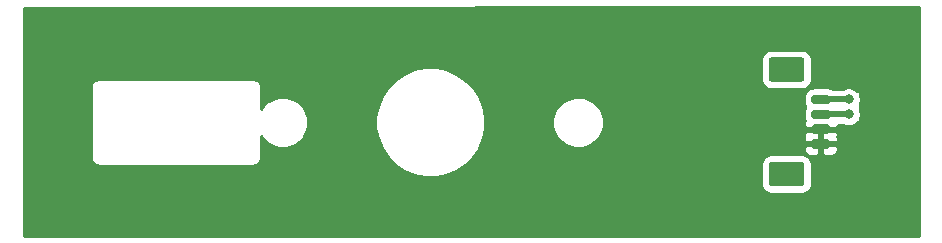
<source format=gbl>
%TF.GenerationSoftware,KiCad,Pcbnew,(5.1.9-0-10_14)*%
%TF.CreationDate,2021-09-11T10:47:45-05:00*%
%TF.ProjectId,OwlSat_Official_USB,4f776c53-6174-45f4-9f66-66696369616c,4*%
%TF.SameCoordinates,Original*%
%TF.FileFunction,Copper,L2,Bot*%
%TF.FilePolarity,Positive*%
%FSLAX46Y46*%
G04 Gerber Fmt 4.6, Leading zero omitted, Abs format (unit mm)*
G04 Created by KiCad (PCBNEW (5.1.9-0-10_14)) date 2021-09-11 10:47:45*
%MOMM*%
%LPD*%
G01*
G04 APERTURE LIST*
%TA.AperFunction,ViaPad*%
%ADD10C,0.800000*%
%TD*%
%TA.AperFunction,Conductor*%
%ADD11C,0.500000*%
%TD*%
%TA.AperFunction,Conductor*%
%ADD12C,0.254000*%
%TD*%
%TA.AperFunction,Conductor*%
%ADD13C,0.100000*%
%TD*%
G04 APERTURE END LIST*
%TO.P,U3,1*%
%TO.N,Net-(U1-Pad2)*%
%TA.AperFunction,SMDPad,CuDef*%
G36*
G01*
X182260000Y-97145000D02*
X181060000Y-97145000D01*
G75*
G02*
X180860000Y-96945000I0J200000D01*
G01*
X180860000Y-96545000D01*
G75*
G02*
X181060000Y-96345000I200000J0D01*
G01*
X182260000Y-96345000D01*
G75*
G02*
X182460000Y-96545000I0J-200000D01*
G01*
X182460000Y-96945000D01*
G75*
G02*
X182260000Y-97145000I-200000J0D01*
G01*
G37*
%TD.AperFunction*%
%TO.P,U3,2*%
%TA.AperFunction,SMDPad,CuDef*%
G36*
G01*
X182260000Y-95895000D02*
X181060000Y-95895000D01*
G75*
G02*
X180860000Y-95695000I0J200000D01*
G01*
X180860000Y-95295000D01*
G75*
G02*
X181060000Y-95095000I200000J0D01*
G01*
X182260000Y-95095000D01*
G75*
G02*
X182460000Y-95295000I0J-200000D01*
G01*
X182460000Y-95695000D01*
G75*
G02*
X182260000Y-95895000I-200000J0D01*
G01*
G37*
%TD.AperFunction*%
%TO.P,U3,3*%
%TO.N,Net-(U1-Pad1)*%
%TA.AperFunction,SMDPad,CuDef*%
G36*
G01*
X182260000Y-94645000D02*
X181060000Y-94645000D01*
G75*
G02*
X180860000Y-94445000I0J200000D01*
G01*
X180860000Y-94045000D01*
G75*
G02*
X181060000Y-93845000I200000J0D01*
G01*
X182260000Y-93845000D01*
G75*
G02*
X182460000Y-94045000I0J-200000D01*
G01*
X182460000Y-94445000D01*
G75*
G02*
X182260000Y-94645000I-200000J0D01*
G01*
G37*
%TD.AperFunction*%
%TO.P,U3,4*%
%TA.AperFunction,SMDPad,CuDef*%
G36*
G01*
X182260000Y-93395000D02*
X181060000Y-93395000D01*
G75*
G02*
X180860000Y-93195000I0J200000D01*
G01*
X180860000Y-92795000D01*
G75*
G02*
X181060000Y-92595000I200000J0D01*
G01*
X182260000Y-92595000D01*
G75*
G02*
X182460000Y-92795000I0J-200000D01*
G01*
X182460000Y-93195000D01*
G75*
G02*
X182260000Y-93395000I-200000J0D01*
G01*
G37*
%TD.AperFunction*%
%TO.P,U3,MP*%
%TO.N,N/C*%
%TA.AperFunction,SMDPad,CuDef*%
G36*
G01*
X180010001Y-100345000D02*
X177509999Y-100345000D01*
G75*
G02*
X177260000Y-100095001I0J249999D01*
G01*
X177260000Y-98494999D01*
G75*
G02*
X177509999Y-98245000I249999J0D01*
G01*
X180010001Y-98245000D01*
G75*
G02*
X180260000Y-98494999I0J-249999D01*
G01*
X180260000Y-100095001D01*
G75*
G02*
X180010001Y-100345000I-249999J0D01*
G01*
G37*
%TD.AperFunction*%
%TA.AperFunction,SMDPad,CuDef*%
G36*
G01*
X180010001Y-91495000D02*
X177509999Y-91495000D01*
G75*
G02*
X177260000Y-91245001I0J249999D01*
G01*
X177260000Y-89644999D01*
G75*
G02*
X177509999Y-89395000I249999J0D01*
G01*
X180010001Y-89395000D01*
G75*
G02*
X180260000Y-89644999I0J-249999D01*
G01*
X180260000Y-91245001D01*
G75*
G02*
X180010001Y-91495000I-249999J0D01*
G01*
G37*
%TD.AperFunction*%
%TD*%
D10*
%TO.N,Net-(U1-Pad1)*%
X184010000Y-92980000D03*
X184020000Y-94230000D03*
%TO.N,Net-(U1-Pad2)*%
X152390000Y-88800000D03*
X152400000Y-87560000D03*
X152400000Y-86290000D03*
X144990000Y-100780000D03*
X145010000Y-102160000D03*
X144980000Y-103510000D03*
%TD*%
D11*
%TO.N,Net-(U1-Pad1)*%
X181675000Y-92980000D02*
X181660000Y-92995000D01*
X184010000Y-92980000D02*
X181675000Y-92980000D01*
X181675000Y-94230000D02*
X181660000Y-94245000D01*
X184020000Y-94230000D02*
X181675000Y-94230000D01*
%TD*%
D12*
%TO.N,Net-(U1-Pad2)*%
X189950001Y-104513000D02*
X114197000Y-104513000D01*
X114197000Y-91910000D01*
X119846807Y-91910000D01*
X119850000Y-91942419D01*
X119850001Y-97877571D01*
X119846807Y-97910000D01*
X119859550Y-98039383D01*
X119897290Y-98163793D01*
X119958575Y-98278450D01*
X120041052Y-98378948D01*
X120141550Y-98461425D01*
X120256207Y-98522710D01*
X120380617Y-98560450D01*
X120477581Y-98570000D01*
X120510000Y-98573193D01*
X120542419Y-98570000D01*
X133577581Y-98570000D01*
X133610000Y-98573193D01*
X133642419Y-98570000D01*
X133739383Y-98560450D01*
X133863793Y-98522710D01*
X133978450Y-98461425D01*
X134078948Y-98378948D01*
X134161425Y-98278450D01*
X134222710Y-98163793D01*
X134260450Y-98039383D01*
X134273193Y-97910000D01*
X134270000Y-97877581D01*
X134270000Y-96061247D01*
X134424837Y-96292977D01*
X134727023Y-96595163D01*
X135082355Y-96832588D01*
X135477179Y-96996130D01*
X135896323Y-97079503D01*
X136323677Y-97079503D01*
X136742821Y-96996130D01*
X137137645Y-96832588D01*
X137492977Y-96595163D01*
X137795163Y-96292977D01*
X138032588Y-95937645D01*
X138196130Y-95542821D01*
X138279503Y-95123677D01*
X138279503Y-94696323D01*
X138230761Y-94451280D01*
X143952535Y-94451280D01*
X143952535Y-95368720D01*
X144131519Y-96268532D01*
X144482608Y-97116137D01*
X144992311Y-97878961D01*
X145641039Y-98527689D01*
X146403863Y-99037392D01*
X147251468Y-99388481D01*
X148151280Y-99567465D01*
X149068720Y-99567465D01*
X149968532Y-99388481D01*
X150816137Y-99037392D01*
X151578961Y-98527689D01*
X151611651Y-98494999D01*
X176621928Y-98494999D01*
X176621928Y-100095001D01*
X176638992Y-100268255D01*
X176689528Y-100434851D01*
X176771595Y-100588387D01*
X176882038Y-100722962D01*
X177016613Y-100833405D01*
X177170149Y-100915472D01*
X177336745Y-100966008D01*
X177509999Y-100983072D01*
X180010001Y-100983072D01*
X180183255Y-100966008D01*
X180349851Y-100915472D01*
X180503387Y-100833405D01*
X180637962Y-100722962D01*
X180748405Y-100588387D01*
X180830472Y-100434851D01*
X180881008Y-100268255D01*
X180898072Y-100095001D01*
X180898072Y-98494999D01*
X180881008Y-98321745D01*
X180830472Y-98155149D01*
X180748405Y-98001613D01*
X180637962Y-97867038D01*
X180503387Y-97756595D01*
X180349851Y-97674528D01*
X180183255Y-97623992D01*
X180010001Y-97606928D01*
X177509999Y-97606928D01*
X177336745Y-97623992D01*
X177170149Y-97674528D01*
X177016613Y-97756595D01*
X176882038Y-97867038D01*
X176771595Y-98001613D01*
X176689528Y-98155149D01*
X176638992Y-98321745D01*
X176621928Y-98494999D01*
X151611651Y-98494999D01*
X152227689Y-97878961D01*
X152718106Y-97145000D01*
X180221928Y-97145000D01*
X180234188Y-97269482D01*
X180270498Y-97389180D01*
X180329463Y-97499494D01*
X180408815Y-97596185D01*
X180505506Y-97675537D01*
X180615820Y-97734502D01*
X180735518Y-97770812D01*
X180860000Y-97783072D01*
X181374250Y-97780000D01*
X181533000Y-97621250D01*
X181533000Y-96872000D01*
X181787000Y-96872000D01*
X181787000Y-97621250D01*
X181945750Y-97780000D01*
X182460000Y-97783072D01*
X182584482Y-97770812D01*
X182704180Y-97734502D01*
X182814494Y-97675537D01*
X182911185Y-97596185D01*
X182990537Y-97499494D01*
X183049502Y-97389180D01*
X183085812Y-97269482D01*
X183098072Y-97145000D01*
X183095000Y-97030750D01*
X182936250Y-96872000D01*
X181787000Y-96872000D01*
X181533000Y-96872000D01*
X180383750Y-96872000D01*
X180225000Y-97030750D01*
X180221928Y-97145000D01*
X152718106Y-97145000D01*
X152737392Y-97116137D01*
X153088481Y-96268532D01*
X153267465Y-95368720D01*
X153267465Y-94696323D01*
X158940497Y-94696323D01*
X158940497Y-95123677D01*
X159023870Y-95542821D01*
X159187412Y-95937645D01*
X159424837Y-96292977D01*
X159727023Y-96595163D01*
X160082355Y-96832588D01*
X160477179Y-96996130D01*
X160896323Y-97079503D01*
X161323677Y-97079503D01*
X161742821Y-96996130D01*
X162137645Y-96832588D01*
X162492977Y-96595163D01*
X162795163Y-96292977D01*
X163032588Y-95937645D01*
X163050252Y-95895000D01*
X180221928Y-95895000D01*
X180234188Y-96019482D01*
X180264680Y-96120000D01*
X180234188Y-96220518D01*
X180221928Y-96345000D01*
X180225000Y-96459250D01*
X180383750Y-96618000D01*
X181533000Y-96618000D01*
X181533000Y-95622000D01*
X181787000Y-95622000D01*
X181787000Y-96618000D01*
X182936250Y-96618000D01*
X183095000Y-96459250D01*
X183098072Y-96345000D01*
X183085812Y-96220518D01*
X183055320Y-96120000D01*
X183085812Y-96019482D01*
X183098072Y-95895000D01*
X183095000Y-95780750D01*
X182936250Y-95622000D01*
X181787000Y-95622000D01*
X181533000Y-95622000D01*
X180383750Y-95622000D01*
X180225000Y-95780750D01*
X180221928Y-95895000D01*
X163050252Y-95895000D01*
X163196130Y-95542821D01*
X163279503Y-95123677D01*
X163279503Y-94696323D01*
X163196130Y-94277179D01*
X163032588Y-93882355D01*
X162795163Y-93527023D01*
X162492977Y-93224837D01*
X162137645Y-92987412D01*
X161742821Y-92823870D01*
X161597682Y-92795000D01*
X180221928Y-92795000D01*
X180221928Y-93195000D01*
X180238031Y-93358500D01*
X180285722Y-93515716D01*
X180341463Y-93620000D01*
X180285722Y-93724284D01*
X180238031Y-93881500D01*
X180221928Y-94045000D01*
X180221928Y-94445000D01*
X180238031Y-94608500D01*
X180285722Y-94765716D01*
X180300855Y-94794027D01*
X180270498Y-94850820D01*
X180234188Y-94970518D01*
X180221928Y-95095000D01*
X180225000Y-95209250D01*
X180383750Y-95368000D01*
X181533000Y-95368000D01*
X181533000Y-95348000D01*
X181787000Y-95348000D01*
X181787000Y-95368000D01*
X182936250Y-95368000D01*
X183095000Y-95209250D01*
X183097534Y-95115000D01*
X183481546Y-95115000D01*
X183529744Y-95147205D01*
X183718102Y-95225226D01*
X183918061Y-95265000D01*
X184121939Y-95265000D01*
X184321898Y-95225226D01*
X184510256Y-95147205D01*
X184679774Y-95033937D01*
X184823937Y-94889774D01*
X184832472Y-94877000D01*
X184850000Y-94877000D01*
X184874776Y-94874560D01*
X184898601Y-94867333D01*
X184920557Y-94855597D01*
X184939803Y-94839803D01*
X184955597Y-94820557D01*
X184967333Y-94798601D01*
X184974560Y-94774776D01*
X184977000Y-94750000D01*
X184977000Y-94624183D01*
X185015226Y-94531898D01*
X185055000Y-94331939D01*
X185055000Y-94128061D01*
X185015226Y-93928102D01*
X184977000Y-93835817D01*
X184977000Y-93350041D01*
X185005226Y-93281898D01*
X185045000Y-93081939D01*
X185045000Y-92878061D01*
X185005226Y-92678102D01*
X184977000Y-92609959D01*
X184977000Y-92400000D01*
X184974560Y-92375224D01*
X184967333Y-92351399D01*
X184955597Y-92329443D01*
X184939803Y-92310197D01*
X184920557Y-92294403D01*
X184898601Y-92282667D01*
X184874776Y-92275440D01*
X184850000Y-92273000D01*
X184766711Y-92273000D01*
X184669774Y-92176063D01*
X184500256Y-92062795D01*
X184311898Y-91984774D01*
X184111939Y-91945000D01*
X183908061Y-91945000D01*
X183708102Y-91984774D01*
X183519744Y-92062795D01*
X183471546Y-92095000D01*
X182719679Y-92095000D01*
X182580716Y-92020722D01*
X182423500Y-91973031D01*
X182260000Y-91956928D01*
X181060000Y-91956928D01*
X180896500Y-91973031D01*
X180739284Y-92020722D01*
X180594392Y-92098169D01*
X180467394Y-92202394D01*
X180363169Y-92329392D01*
X180285722Y-92474284D01*
X180238031Y-92631500D01*
X180221928Y-92795000D01*
X161597682Y-92795000D01*
X161323677Y-92740497D01*
X160896323Y-92740497D01*
X160477179Y-92823870D01*
X160082355Y-92987412D01*
X159727023Y-93224837D01*
X159424837Y-93527023D01*
X159187412Y-93882355D01*
X159023870Y-94277179D01*
X158940497Y-94696323D01*
X153267465Y-94696323D01*
X153267465Y-94451280D01*
X153088481Y-93551468D01*
X152737392Y-92703863D01*
X152227689Y-91941039D01*
X151578961Y-91292311D01*
X150816137Y-90782608D01*
X149968532Y-90431519D01*
X149068720Y-90252535D01*
X148151280Y-90252535D01*
X147251468Y-90431519D01*
X146403863Y-90782608D01*
X145641039Y-91292311D01*
X144992311Y-91941039D01*
X144482608Y-92703863D01*
X144131519Y-93551468D01*
X143952535Y-94451280D01*
X138230761Y-94451280D01*
X138196130Y-94277179D01*
X138032588Y-93882355D01*
X137795163Y-93527023D01*
X137492977Y-93224837D01*
X137137645Y-92987412D01*
X136742821Y-92823870D01*
X136323677Y-92740497D01*
X135896323Y-92740497D01*
X135477179Y-92823870D01*
X135082355Y-92987412D01*
X134727023Y-93224837D01*
X134424837Y-93527023D01*
X134270000Y-93758753D01*
X134270000Y-91942419D01*
X134273193Y-91910000D01*
X134260450Y-91780617D01*
X134222710Y-91656207D01*
X134161425Y-91541550D01*
X134078948Y-91441052D01*
X133978450Y-91358575D01*
X133863793Y-91297290D01*
X133739383Y-91259550D01*
X133642419Y-91250000D01*
X133610000Y-91246807D01*
X133577581Y-91250000D01*
X120542419Y-91250000D01*
X120510000Y-91246807D01*
X120477581Y-91250000D01*
X120380617Y-91259550D01*
X120256207Y-91297290D01*
X120141550Y-91358575D01*
X120041052Y-91441052D01*
X119958575Y-91541550D01*
X119897290Y-91656207D01*
X119859550Y-91780617D01*
X119846807Y-91910000D01*
X114197000Y-91910000D01*
X114197000Y-89644999D01*
X176621928Y-89644999D01*
X176621928Y-91245001D01*
X176638992Y-91418255D01*
X176689528Y-91584851D01*
X176771595Y-91738387D01*
X176882038Y-91872962D01*
X177016613Y-91983405D01*
X177170149Y-92065472D01*
X177336745Y-92116008D01*
X177509999Y-92133072D01*
X180010001Y-92133072D01*
X180183255Y-92116008D01*
X180349851Y-92065472D01*
X180503387Y-91983405D01*
X180637962Y-91872962D01*
X180748405Y-91738387D01*
X180830472Y-91584851D01*
X180881008Y-91418255D01*
X180898072Y-91245001D01*
X180898072Y-89644999D01*
X180881008Y-89471745D01*
X180830472Y-89305149D01*
X180748405Y-89151613D01*
X180637962Y-89017038D01*
X180503387Y-88906595D01*
X180349851Y-88824528D01*
X180183255Y-88773992D01*
X180010001Y-88756928D01*
X177509999Y-88756928D01*
X177336745Y-88773992D01*
X177170149Y-88824528D01*
X177016613Y-88906595D01*
X176882038Y-89017038D01*
X176771595Y-89151613D01*
X176689528Y-89305149D01*
X176638992Y-89471745D01*
X176621928Y-89644999D01*
X114197000Y-89644999D01*
X114197000Y-85196983D01*
X189950000Y-85187083D01*
X189950001Y-104513000D01*
%TA.AperFunction,Conductor*%
D13*
G36*
X189950001Y-104513000D02*
G01*
X114197000Y-104513000D01*
X114197000Y-91910000D01*
X119846807Y-91910000D01*
X119850000Y-91942419D01*
X119850001Y-97877571D01*
X119846807Y-97910000D01*
X119859550Y-98039383D01*
X119897290Y-98163793D01*
X119958575Y-98278450D01*
X120041052Y-98378948D01*
X120141550Y-98461425D01*
X120256207Y-98522710D01*
X120380617Y-98560450D01*
X120477581Y-98570000D01*
X120510000Y-98573193D01*
X120542419Y-98570000D01*
X133577581Y-98570000D01*
X133610000Y-98573193D01*
X133642419Y-98570000D01*
X133739383Y-98560450D01*
X133863793Y-98522710D01*
X133978450Y-98461425D01*
X134078948Y-98378948D01*
X134161425Y-98278450D01*
X134222710Y-98163793D01*
X134260450Y-98039383D01*
X134273193Y-97910000D01*
X134270000Y-97877581D01*
X134270000Y-96061247D01*
X134424837Y-96292977D01*
X134727023Y-96595163D01*
X135082355Y-96832588D01*
X135477179Y-96996130D01*
X135896323Y-97079503D01*
X136323677Y-97079503D01*
X136742821Y-96996130D01*
X137137645Y-96832588D01*
X137492977Y-96595163D01*
X137795163Y-96292977D01*
X138032588Y-95937645D01*
X138196130Y-95542821D01*
X138279503Y-95123677D01*
X138279503Y-94696323D01*
X138230761Y-94451280D01*
X143952535Y-94451280D01*
X143952535Y-95368720D01*
X144131519Y-96268532D01*
X144482608Y-97116137D01*
X144992311Y-97878961D01*
X145641039Y-98527689D01*
X146403863Y-99037392D01*
X147251468Y-99388481D01*
X148151280Y-99567465D01*
X149068720Y-99567465D01*
X149968532Y-99388481D01*
X150816137Y-99037392D01*
X151578961Y-98527689D01*
X151611651Y-98494999D01*
X176621928Y-98494999D01*
X176621928Y-100095001D01*
X176638992Y-100268255D01*
X176689528Y-100434851D01*
X176771595Y-100588387D01*
X176882038Y-100722962D01*
X177016613Y-100833405D01*
X177170149Y-100915472D01*
X177336745Y-100966008D01*
X177509999Y-100983072D01*
X180010001Y-100983072D01*
X180183255Y-100966008D01*
X180349851Y-100915472D01*
X180503387Y-100833405D01*
X180637962Y-100722962D01*
X180748405Y-100588387D01*
X180830472Y-100434851D01*
X180881008Y-100268255D01*
X180898072Y-100095001D01*
X180898072Y-98494999D01*
X180881008Y-98321745D01*
X180830472Y-98155149D01*
X180748405Y-98001613D01*
X180637962Y-97867038D01*
X180503387Y-97756595D01*
X180349851Y-97674528D01*
X180183255Y-97623992D01*
X180010001Y-97606928D01*
X177509999Y-97606928D01*
X177336745Y-97623992D01*
X177170149Y-97674528D01*
X177016613Y-97756595D01*
X176882038Y-97867038D01*
X176771595Y-98001613D01*
X176689528Y-98155149D01*
X176638992Y-98321745D01*
X176621928Y-98494999D01*
X151611651Y-98494999D01*
X152227689Y-97878961D01*
X152718106Y-97145000D01*
X180221928Y-97145000D01*
X180234188Y-97269482D01*
X180270498Y-97389180D01*
X180329463Y-97499494D01*
X180408815Y-97596185D01*
X180505506Y-97675537D01*
X180615820Y-97734502D01*
X180735518Y-97770812D01*
X180860000Y-97783072D01*
X181374250Y-97780000D01*
X181533000Y-97621250D01*
X181533000Y-96872000D01*
X181787000Y-96872000D01*
X181787000Y-97621250D01*
X181945750Y-97780000D01*
X182460000Y-97783072D01*
X182584482Y-97770812D01*
X182704180Y-97734502D01*
X182814494Y-97675537D01*
X182911185Y-97596185D01*
X182990537Y-97499494D01*
X183049502Y-97389180D01*
X183085812Y-97269482D01*
X183098072Y-97145000D01*
X183095000Y-97030750D01*
X182936250Y-96872000D01*
X181787000Y-96872000D01*
X181533000Y-96872000D01*
X180383750Y-96872000D01*
X180225000Y-97030750D01*
X180221928Y-97145000D01*
X152718106Y-97145000D01*
X152737392Y-97116137D01*
X153088481Y-96268532D01*
X153267465Y-95368720D01*
X153267465Y-94696323D01*
X158940497Y-94696323D01*
X158940497Y-95123677D01*
X159023870Y-95542821D01*
X159187412Y-95937645D01*
X159424837Y-96292977D01*
X159727023Y-96595163D01*
X160082355Y-96832588D01*
X160477179Y-96996130D01*
X160896323Y-97079503D01*
X161323677Y-97079503D01*
X161742821Y-96996130D01*
X162137645Y-96832588D01*
X162492977Y-96595163D01*
X162795163Y-96292977D01*
X163032588Y-95937645D01*
X163050252Y-95895000D01*
X180221928Y-95895000D01*
X180234188Y-96019482D01*
X180264680Y-96120000D01*
X180234188Y-96220518D01*
X180221928Y-96345000D01*
X180225000Y-96459250D01*
X180383750Y-96618000D01*
X181533000Y-96618000D01*
X181533000Y-95622000D01*
X181787000Y-95622000D01*
X181787000Y-96618000D01*
X182936250Y-96618000D01*
X183095000Y-96459250D01*
X183098072Y-96345000D01*
X183085812Y-96220518D01*
X183055320Y-96120000D01*
X183085812Y-96019482D01*
X183098072Y-95895000D01*
X183095000Y-95780750D01*
X182936250Y-95622000D01*
X181787000Y-95622000D01*
X181533000Y-95622000D01*
X180383750Y-95622000D01*
X180225000Y-95780750D01*
X180221928Y-95895000D01*
X163050252Y-95895000D01*
X163196130Y-95542821D01*
X163279503Y-95123677D01*
X163279503Y-94696323D01*
X163196130Y-94277179D01*
X163032588Y-93882355D01*
X162795163Y-93527023D01*
X162492977Y-93224837D01*
X162137645Y-92987412D01*
X161742821Y-92823870D01*
X161597682Y-92795000D01*
X180221928Y-92795000D01*
X180221928Y-93195000D01*
X180238031Y-93358500D01*
X180285722Y-93515716D01*
X180341463Y-93620000D01*
X180285722Y-93724284D01*
X180238031Y-93881500D01*
X180221928Y-94045000D01*
X180221928Y-94445000D01*
X180238031Y-94608500D01*
X180285722Y-94765716D01*
X180300855Y-94794027D01*
X180270498Y-94850820D01*
X180234188Y-94970518D01*
X180221928Y-95095000D01*
X180225000Y-95209250D01*
X180383750Y-95368000D01*
X181533000Y-95368000D01*
X181533000Y-95348000D01*
X181787000Y-95348000D01*
X181787000Y-95368000D01*
X182936250Y-95368000D01*
X183095000Y-95209250D01*
X183097534Y-95115000D01*
X183481546Y-95115000D01*
X183529744Y-95147205D01*
X183718102Y-95225226D01*
X183918061Y-95265000D01*
X184121939Y-95265000D01*
X184321898Y-95225226D01*
X184510256Y-95147205D01*
X184679774Y-95033937D01*
X184823937Y-94889774D01*
X184832472Y-94877000D01*
X184850000Y-94877000D01*
X184874776Y-94874560D01*
X184898601Y-94867333D01*
X184920557Y-94855597D01*
X184939803Y-94839803D01*
X184955597Y-94820557D01*
X184967333Y-94798601D01*
X184974560Y-94774776D01*
X184977000Y-94750000D01*
X184977000Y-94624183D01*
X185015226Y-94531898D01*
X185055000Y-94331939D01*
X185055000Y-94128061D01*
X185015226Y-93928102D01*
X184977000Y-93835817D01*
X184977000Y-93350041D01*
X185005226Y-93281898D01*
X185045000Y-93081939D01*
X185045000Y-92878061D01*
X185005226Y-92678102D01*
X184977000Y-92609959D01*
X184977000Y-92400000D01*
X184974560Y-92375224D01*
X184967333Y-92351399D01*
X184955597Y-92329443D01*
X184939803Y-92310197D01*
X184920557Y-92294403D01*
X184898601Y-92282667D01*
X184874776Y-92275440D01*
X184850000Y-92273000D01*
X184766711Y-92273000D01*
X184669774Y-92176063D01*
X184500256Y-92062795D01*
X184311898Y-91984774D01*
X184111939Y-91945000D01*
X183908061Y-91945000D01*
X183708102Y-91984774D01*
X183519744Y-92062795D01*
X183471546Y-92095000D01*
X182719679Y-92095000D01*
X182580716Y-92020722D01*
X182423500Y-91973031D01*
X182260000Y-91956928D01*
X181060000Y-91956928D01*
X180896500Y-91973031D01*
X180739284Y-92020722D01*
X180594392Y-92098169D01*
X180467394Y-92202394D01*
X180363169Y-92329392D01*
X180285722Y-92474284D01*
X180238031Y-92631500D01*
X180221928Y-92795000D01*
X161597682Y-92795000D01*
X161323677Y-92740497D01*
X160896323Y-92740497D01*
X160477179Y-92823870D01*
X160082355Y-92987412D01*
X159727023Y-93224837D01*
X159424837Y-93527023D01*
X159187412Y-93882355D01*
X159023870Y-94277179D01*
X158940497Y-94696323D01*
X153267465Y-94696323D01*
X153267465Y-94451280D01*
X153088481Y-93551468D01*
X152737392Y-92703863D01*
X152227689Y-91941039D01*
X151578961Y-91292311D01*
X150816137Y-90782608D01*
X149968532Y-90431519D01*
X149068720Y-90252535D01*
X148151280Y-90252535D01*
X147251468Y-90431519D01*
X146403863Y-90782608D01*
X145641039Y-91292311D01*
X144992311Y-91941039D01*
X144482608Y-92703863D01*
X144131519Y-93551468D01*
X143952535Y-94451280D01*
X138230761Y-94451280D01*
X138196130Y-94277179D01*
X138032588Y-93882355D01*
X137795163Y-93527023D01*
X137492977Y-93224837D01*
X137137645Y-92987412D01*
X136742821Y-92823870D01*
X136323677Y-92740497D01*
X135896323Y-92740497D01*
X135477179Y-92823870D01*
X135082355Y-92987412D01*
X134727023Y-93224837D01*
X134424837Y-93527023D01*
X134270000Y-93758753D01*
X134270000Y-91942419D01*
X134273193Y-91910000D01*
X134260450Y-91780617D01*
X134222710Y-91656207D01*
X134161425Y-91541550D01*
X134078948Y-91441052D01*
X133978450Y-91358575D01*
X133863793Y-91297290D01*
X133739383Y-91259550D01*
X133642419Y-91250000D01*
X133610000Y-91246807D01*
X133577581Y-91250000D01*
X120542419Y-91250000D01*
X120510000Y-91246807D01*
X120477581Y-91250000D01*
X120380617Y-91259550D01*
X120256207Y-91297290D01*
X120141550Y-91358575D01*
X120041052Y-91441052D01*
X119958575Y-91541550D01*
X119897290Y-91656207D01*
X119859550Y-91780617D01*
X119846807Y-91910000D01*
X114197000Y-91910000D01*
X114197000Y-89644999D01*
X176621928Y-89644999D01*
X176621928Y-91245001D01*
X176638992Y-91418255D01*
X176689528Y-91584851D01*
X176771595Y-91738387D01*
X176882038Y-91872962D01*
X177016613Y-91983405D01*
X177170149Y-92065472D01*
X177336745Y-92116008D01*
X177509999Y-92133072D01*
X180010001Y-92133072D01*
X180183255Y-92116008D01*
X180349851Y-92065472D01*
X180503387Y-91983405D01*
X180637962Y-91872962D01*
X180748405Y-91738387D01*
X180830472Y-91584851D01*
X180881008Y-91418255D01*
X180898072Y-91245001D01*
X180898072Y-89644999D01*
X180881008Y-89471745D01*
X180830472Y-89305149D01*
X180748405Y-89151613D01*
X180637962Y-89017038D01*
X180503387Y-88906595D01*
X180349851Y-88824528D01*
X180183255Y-88773992D01*
X180010001Y-88756928D01*
X177509999Y-88756928D01*
X177336745Y-88773992D01*
X177170149Y-88824528D01*
X177016613Y-88906595D01*
X176882038Y-89017038D01*
X176771595Y-89151613D01*
X176689528Y-89305149D01*
X176638992Y-89471745D01*
X176621928Y-89644999D01*
X114197000Y-89644999D01*
X114197000Y-85196983D01*
X189950000Y-85187083D01*
X189950001Y-104513000D01*
G37*
%TD.AperFunction*%
%TD*%
M02*

</source>
